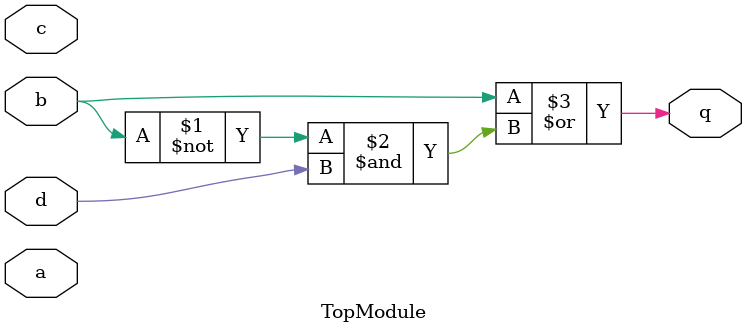
<source format=sv>

module TopModule (
  input a,
  input b,
  input c,
  input d,
  output q
);

  assign q = b | (~b & d);

endmodule

// VERILOG-EVAL: errant inclusion of module definition

</source>
